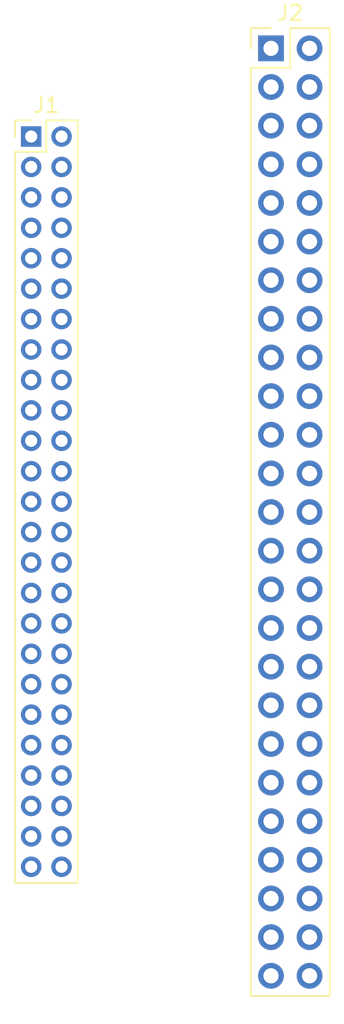
<source format=kicad_pcb>
(kicad_pcb (version 20171130) (host pcbnew "(5.0.0)")

  (general
    (thickness 1.6)
    (drawings 0)
    (tracks 0)
    (zones 0)
    (modules 2)
    (nets 51)
  )

  (page A4)
  (layers
    (0 F.Cu signal)
    (31 B.Cu signal)
    (32 B.Adhes user)
    (33 F.Adhes user)
    (34 B.Paste user)
    (35 F.Paste user)
    (36 B.SilkS user)
    (37 F.SilkS user)
    (38 B.Mask user)
    (39 F.Mask user)
    (40 Dwgs.User user)
    (41 Cmts.User user)
    (42 Eco1.User user)
    (43 Eco2.User user)
    (44 Edge.Cuts user)
    (45 Margin user)
    (46 B.CrtYd user)
    (47 F.CrtYd user)
    (48 B.Fab user)
    (49 F.Fab user)
  )

  (setup
    (last_trace_width 0.25)
    (trace_clearance 0.2)
    (zone_clearance 0.508)
    (zone_45_only no)
    (trace_min 0.2)
    (segment_width 0.2)
    (edge_width 0.15)
    (via_size 0.8)
    (via_drill 0.4)
    (via_min_size 0.4)
    (via_min_drill 0.3)
    (uvia_size 0.3)
    (uvia_drill 0.1)
    (uvias_allowed no)
    (uvia_min_size 0.2)
    (uvia_min_drill 0.1)
    (pcb_text_width 0.3)
    (pcb_text_size 1.5 1.5)
    (mod_edge_width 0.15)
    (mod_text_size 1 1)
    (mod_text_width 0.15)
    (pad_size 1.524 1.524)
    (pad_drill 0.762)
    (pad_to_mask_clearance 0.2)
    (aux_axis_origin 0 0)
    (visible_elements FFFFFF7F)
    (pcbplotparams
      (layerselection 0x010fc_ffffffff)
      (usegerberextensions false)
      (usegerberattributes false)
      (usegerberadvancedattributes false)
      (creategerberjobfile false)
      (excludeedgelayer true)
      (linewidth 0.100000)
      (plotframeref false)
      (viasonmask false)
      (mode 1)
      (useauxorigin false)
      (hpglpennumber 1)
      (hpglpenspeed 20)
      (hpglpendiameter 15.000000)
      (psnegative false)
      (psa4output false)
      (plotreference true)
      (plotvalue true)
      (plotinvisibletext false)
      (padsonsilk false)
      (subtractmaskfromsilk false)
      (outputformat 1)
      (mirror false)
      (drillshape 1)
      (scaleselection 1)
      (outputdirectory ""))
  )

  (net 0 "")
  (net 1 1)
  (net 2 2)
  (net 3 3)
  (net 4 4)
  (net 5 5)
  (net 6 6)
  (net 7 7)
  (net 8 8)
  (net 9 9)
  (net 10 10)
  (net 11 11)
  (net 12 12)
  (net 13 13)
  (net 14 14)
  (net 15 15)
  (net 16 16)
  (net 17 17)
  (net 18 18)
  (net 19 19)
  (net 20 20)
  (net 21 21)
  (net 22 22)
  (net 23 23)
  (net 24 24)
  (net 25 25)
  (net 26 26)
  (net 27 27)
  (net 28 28)
  (net 29 29)
  (net 30 30)
  (net 31 31)
  (net 32 32)
  (net 33 33)
  (net 34 34)
  (net 35 35)
  (net 36 36)
  (net 37 37)
  (net 38 38)
  (net 39 39)
  (net 40 40)
  (net 41 41)
  (net 42 42)
  (net 43 43)
  (net 44 44)
  (net 45 45)
  (net 46 46)
  (net 47 47)
  (net 48 48)
  (net 49 49)
  (net 50 50)

  (net_class Default "This is the default net class."
    (clearance 0.2)
    (trace_width 0.25)
    (via_dia 0.8)
    (via_drill 0.4)
    (uvia_dia 0.3)
    (uvia_drill 0.1)
    (add_net 1)
    (add_net 10)
    (add_net 11)
    (add_net 12)
    (add_net 13)
    (add_net 14)
    (add_net 15)
    (add_net 16)
    (add_net 17)
    (add_net 18)
    (add_net 19)
    (add_net 2)
    (add_net 20)
    (add_net 21)
    (add_net 22)
    (add_net 23)
    (add_net 24)
    (add_net 25)
    (add_net 26)
    (add_net 27)
    (add_net 28)
    (add_net 29)
    (add_net 3)
    (add_net 30)
    (add_net 31)
    (add_net 32)
    (add_net 33)
    (add_net 34)
    (add_net 35)
    (add_net 36)
    (add_net 37)
    (add_net 38)
    (add_net 39)
    (add_net 4)
    (add_net 40)
    (add_net 41)
    (add_net 42)
    (add_net 43)
    (add_net 44)
    (add_net 45)
    (add_net 46)
    (add_net 47)
    (add_net 48)
    (add_net 49)
    (add_net 5)
    (add_net 50)
    (add_net 6)
    (add_net 7)
    (add_net 8)
    (add_net 9)
  )

  (module Connector_PinHeader_2.00mm:PinHeader_2x25_P2.00mm_Vertical (layer F.Cu) (tedit 59FED667) (tstamp 5DA3C369)
    (at 120.65 93.98)
    (descr "Through hole straight pin header, 2x25, 2.00mm pitch, double rows")
    (tags "Through hole pin header THT 2x25 2.00mm double row")
    (path /5DA20CC4)
    (fp_text reference J1 (at 1 -2.06) (layer F.SilkS)
      (effects (font (size 1 1) (thickness 0.15)))
    )
    (fp_text value Conn_in (at 1 50.06) (layer F.Fab)
      (effects (font (size 1 1) (thickness 0.15)))
    )
    (fp_line (start 0 -1) (end 3 -1) (layer F.Fab) (width 0.1))
    (fp_line (start 3 -1) (end 3 49) (layer F.Fab) (width 0.1))
    (fp_line (start 3 49) (end -1 49) (layer F.Fab) (width 0.1))
    (fp_line (start -1 49) (end -1 0) (layer F.Fab) (width 0.1))
    (fp_line (start -1 0) (end 0 -1) (layer F.Fab) (width 0.1))
    (fp_line (start -1.06 49.06) (end 3.06 49.06) (layer F.SilkS) (width 0.12))
    (fp_line (start -1.06 1) (end -1.06 49.06) (layer F.SilkS) (width 0.12))
    (fp_line (start 3.06 -1.06) (end 3.06 49.06) (layer F.SilkS) (width 0.12))
    (fp_line (start -1.06 1) (end 1 1) (layer F.SilkS) (width 0.12))
    (fp_line (start 1 1) (end 1 -1.06) (layer F.SilkS) (width 0.12))
    (fp_line (start 1 -1.06) (end 3.06 -1.06) (layer F.SilkS) (width 0.12))
    (fp_line (start -1.06 0) (end -1.06 -1.06) (layer F.SilkS) (width 0.12))
    (fp_line (start -1.06 -1.06) (end 0 -1.06) (layer F.SilkS) (width 0.12))
    (fp_line (start -1.5 -1.5) (end -1.5 49.5) (layer F.CrtYd) (width 0.05))
    (fp_line (start -1.5 49.5) (end 3.5 49.5) (layer F.CrtYd) (width 0.05))
    (fp_line (start 3.5 49.5) (end 3.5 -1.5) (layer F.CrtYd) (width 0.05))
    (fp_line (start 3.5 -1.5) (end -1.5 -1.5) (layer F.CrtYd) (width 0.05))
    (fp_text user %R (at 1 24 90) (layer F.Fab)
      (effects (font (size 1 1) (thickness 0.15)))
    )
    (pad 1 thru_hole rect (at 0 0) (size 1.35 1.35) (drill 0.8) (layers *.Cu *.Mask)
      (net 1 1))
    (pad 2 thru_hole oval (at 2 0) (size 1.35 1.35) (drill 0.8) (layers *.Cu *.Mask)
      (net 2 2))
    (pad 3 thru_hole oval (at 0 2) (size 1.35 1.35) (drill 0.8) (layers *.Cu *.Mask)
      (net 3 3))
    (pad 4 thru_hole oval (at 2 2) (size 1.35 1.35) (drill 0.8) (layers *.Cu *.Mask)
      (net 4 4))
    (pad 5 thru_hole oval (at 0 4) (size 1.35 1.35) (drill 0.8) (layers *.Cu *.Mask)
      (net 5 5))
    (pad 6 thru_hole oval (at 2 4) (size 1.35 1.35) (drill 0.8) (layers *.Cu *.Mask)
      (net 6 6))
    (pad 7 thru_hole oval (at 0 6) (size 1.35 1.35) (drill 0.8) (layers *.Cu *.Mask)
      (net 7 7))
    (pad 8 thru_hole oval (at 2 6) (size 1.35 1.35) (drill 0.8) (layers *.Cu *.Mask)
      (net 8 8))
    (pad 9 thru_hole oval (at 0 8) (size 1.35 1.35) (drill 0.8) (layers *.Cu *.Mask)
      (net 9 9))
    (pad 10 thru_hole oval (at 2 8) (size 1.35 1.35) (drill 0.8) (layers *.Cu *.Mask)
      (net 10 10))
    (pad 11 thru_hole oval (at 0 10) (size 1.35 1.35) (drill 0.8) (layers *.Cu *.Mask)
      (net 11 11))
    (pad 12 thru_hole oval (at 2 10) (size 1.35 1.35) (drill 0.8) (layers *.Cu *.Mask)
      (net 12 12))
    (pad 13 thru_hole oval (at 0 12) (size 1.35 1.35) (drill 0.8) (layers *.Cu *.Mask)
      (net 13 13))
    (pad 14 thru_hole oval (at 2 12) (size 1.35 1.35) (drill 0.8) (layers *.Cu *.Mask)
      (net 14 14))
    (pad 15 thru_hole oval (at 0 14) (size 1.35 1.35) (drill 0.8) (layers *.Cu *.Mask)
      (net 15 15))
    (pad 16 thru_hole oval (at 2 14) (size 1.35 1.35) (drill 0.8) (layers *.Cu *.Mask)
      (net 16 16))
    (pad 17 thru_hole oval (at 0 16) (size 1.35 1.35) (drill 0.8) (layers *.Cu *.Mask)
      (net 17 17))
    (pad 18 thru_hole oval (at 2 16) (size 1.35 1.35) (drill 0.8) (layers *.Cu *.Mask)
      (net 18 18))
    (pad 19 thru_hole oval (at 0 18) (size 1.35 1.35) (drill 0.8) (layers *.Cu *.Mask)
      (net 19 19))
    (pad 20 thru_hole oval (at 2 18) (size 1.35 1.35) (drill 0.8) (layers *.Cu *.Mask)
      (net 20 20))
    (pad 21 thru_hole oval (at 0 20) (size 1.35 1.35) (drill 0.8) (layers *.Cu *.Mask)
      (net 21 21))
    (pad 22 thru_hole oval (at 2 20) (size 1.35 1.35) (drill 0.8) (layers *.Cu *.Mask)
      (net 22 22))
    (pad 23 thru_hole oval (at 0 22) (size 1.35 1.35) (drill 0.8) (layers *.Cu *.Mask)
      (net 23 23))
    (pad 24 thru_hole oval (at 2 22) (size 1.35 1.35) (drill 0.8) (layers *.Cu *.Mask)
      (net 24 24))
    (pad 25 thru_hole oval (at 0 24) (size 1.35 1.35) (drill 0.8) (layers *.Cu *.Mask)
      (net 25 25))
    (pad 26 thru_hole oval (at 2 24) (size 1.35 1.35) (drill 0.8) (layers *.Cu *.Mask)
      (net 26 26))
    (pad 27 thru_hole oval (at 0 26) (size 1.35 1.35) (drill 0.8) (layers *.Cu *.Mask)
      (net 27 27))
    (pad 28 thru_hole oval (at 2 26) (size 1.35 1.35) (drill 0.8) (layers *.Cu *.Mask)
      (net 28 28))
    (pad 29 thru_hole oval (at 0 28) (size 1.35 1.35) (drill 0.8) (layers *.Cu *.Mask)
      (net 29 29))
    (pad 30 thru_hole oval (at 2 28) (size 1.35 1.35) (drill 0.8) (layers *.Cu *.Mask)
      (net 30 30))
    (pad 31 thru_hole oval (at 0 30) (size 1.35 1.35) (drill 0.8) (layers *.Cu *.Mask)
      (net 31 31))
    (pad 32 thru_hole oval (at 2 30) (size 1.35 1.35) (drill 0.8) (layers *.Cu *.Mask)
      (net 32 32))
    (pad 33 thru_hole oval (at 0 32) (size 1.35 1.35) (drill 0.8) (layers *.Cu *.Mask)
      (net 33 33))
    (pad 34 thru_hole oval (at 2 32) (size 1.35 1.35) (drill 0.8) (layers *.Cu *.Mask)
      (net 34 34))
    (pad 35 thru_hole oval (at 0 34) (size 1.35 1.35) (drill 0.8) (layers *.Cu *.Mask)
      (net 35 35))
    (pad 36 thru_hole oval (at 2 34) (size 1.35 1.35) (drill 0.8) (layers *.Cu *.Mask)
      (net 36 36))
    (pad 37 thru_hole oval (at 0 36) (size 1.35 1.35) (drill 0.8) (layers *.Cu *.Mask)
      (net 37 37))
    (pad 38 thru_hole oval (at 2 36) (size 1.35 1.35) (drill 0.8) (layers *.Cu *.Mask)
      (net 38 38))
    (pad 39 thru_hole oval (at 0 38) (size 1.35 1.35) (drill 0.8) (layers *.Cu *.Mask)
      (net 39 39))
    (pad 40 thru_hole oval (at 2 38) (size 1.35 1.35) (drill 0.8) (layers *.Cu *.Mask)
      (net 40 40))
    (pad 41 thru_hole oval (at 0 40) (size 1.35 1.35) (drill 0.8) (layers *.Cu *.Mask)
      (net 41 41))
    (pad 42 thru_hole oval (at 2 40) (size 1.35 1.35) (drill 0.8) (layers *.Cu *.Mask)
      (net 42 42))
    (pad 43 thru_hole oval (at 0 42) (size 1.35 1.35) (drill 0.8) (layers *.Cu *.Mask)
      (net 43 43))
    (pad 44 thru_hole oval (at 2 42) (size 1.35 1.35) (drill 0.8) (layers *.Cu *.Mask)
      (net 44 44))
    (pad 45 thru_hole oval (at 0 44) (size 1.35 1.35) (drill 0.8) (layers *.Cu *.Mask)
      (net 45 45))
    (pad 46 thru_hole oval (at 2 44) (size 1.35 1.35) (drill 0.8) (layers *.Cu *.Mask)
      (net 46 46))
    (pad 47 thru_hole oval (at 0 46) (size 1.35 1.35) (drill 0.8) (layers *.Cu *.Mask)
      (net 47 47))
    (pad 48 thru_hole oval (at 2 46) (size 1.35 1.35) (drill 0.8) (layers *.Cu *.Mask)
      (net 48 48))
    (pad 49 thru_hole oval (at 0 48) (size 1.35 1.35) (drill 0.8) (layers *.Cu *.Mask)
      (net 49 49))
    (pad 50 thru_hole oval (at 2 48) (size 1.35 1.35) (drill 0.8) (layers *.Cu *.Mask)
      (net 50 50))
    (model ${KISYS3DMOD}/Connector_PinHeader_2.00mm.3dshapes/PinHeader_2x25_P2.00mm_Vertical.wrl
      (at (xyz 0 0 0))
      (scale (xyz 1 1 1))
      (rotate (xyz 0 0 0))
    )
  )

  (module Connector_PinHeader_2.54mm:PinHeader_2x25_P2.54mm_Vertical (layer F.Cu) (tedit 59FED5CC) (tstamp 5DA3C175)
    (at 136.445001 88.185001)
    (descr "Through hole straight pin header, 2x25, 2.54mm pitch, double rows")
    (tags "Through hole pin header THT 2x25 2.54mm double row")
    (path /5DA20E87)
    (fp_text reference J2 (at 1.27 -2.33) (layer F.SilkS)
      (effects (font (size 1 1) (thickness 0.15)))
    )
    (fp_text value Conn_out (at 1.27 63.29) (layer F.Fab)
      (effects (font (size 1 1) (thickness 0.15)))
    )
    (fp_line (start 0 -1.27) (end 3.81 -1.27) (layer F.Fab) (width 0.1))
    (fp_line (start 3.81 -1.27) (end 3.81 62.23) (layer F.Fab) (width 0.1))
    (fp_line (start 3.81 62.23) (end -1.27 62.23) (layer F.Fab) (width 0.1))
    (fp_line (start -1.27 62.23) (end -1.27 0) (layer F.Fab) (width 0.1))
    (fp_line (start -1.27 0) (end 0 -1.27) (layer F.Fab) (width 0.1))
    (fp_line (start -1.33 62.29) (end 3.87 62.29) (layer F.SilkS) (width 0.12))
    (fp_line (start -1.33 1.27) (end -1.33 62.29) (layer F.SilkS) (width 0.12))
    (fp_line (start 3.87 -1.33) (end 3.87 62.29) (layer F.SilkS) (width 0.12))
    (fp_line (start -1.33 1.27) (end 1.27 1.27) (layer F.SilkS) (width 0.12))
    (fp_line (start 1.27 1.27) (end 1.27 -1.33) (layer F.SilkS) (width 0.12))
    (fp_line (start 1.27 -1.33) (end 3.87 -1.33) (layer F.SilkS) (width 0.12))
    (fp_line (start -1.33 0) (end -1.33 -1.33) (layer F.SilkS) (width 0.12))
    (fp_line (start -1.33 -1.33) (end 0 -1.33) (layer F.SilkS) (width 0.12))
    (fp_line (start -1.8 -1.8) (end -1.8 62.75) (layer F.CrtYd) (width 0.05))
    (fp_line (start -1.8 62.75) (end 4.35 62.75) (layer F.CrtYd) (width 0.05))
    (fp_line (start 4.35 62.75) (end 4.35 -1.8) (layer F.CrtYd) (width 0.05))
    (fp_line (start 4.35 -1.8) (end -1.8 -1.8) (layer F.CrtYd) (width 0.05))
    (fp_text user %R (at 1.27 30.48 90) (layer F.Fab)
      (effects (font (size 1 1) (thickness 0.15)))
    )
    (pad 1 thru_hole rect (at 0 0) (size 1.7 1.7) (drill 1) (layers *.Cu *.Mask)
      (net 1 1))
    (pad 2 thru_hole oval (at 2.54 0) (size 1.7 1.7) (drill 1) (layers *.Cu *.Mask)
      (net 2 2))
    (pad 3 thru_hole oval (at 0 2.54) (size 1.7 1.7) (drill 1) (layers *.Cu *.Mask)
      (net 3 3))
    (pad 4 thru_hole oval (at 2.54 2.54) (size 1.7 1.7) (drill 1) (layers *.Cu *.Mask)
      (net 4 4))
    (pad 5 thru_hole oval (at 0 5.08) (size 1.7 1.7) (drill 1) (layers *.Cu *.Mask)
      (net 5 5))
    (pad 6 thru_hole oval (at 2.54 5.08) (size 1.7 1.7) (drill 1) (layers *.Cu *.Mask)
      (net 6 6))
    (pad 7 thru_hole oval (at 0 7.62) (size 1.7 1.7) (drill 1) (layers *.Cu *.Mask)
      (net 7 7))
    (pad 8 thru_hole oval (at 2.54 7.62) (size 1.7 1.7) (drill 1) (layers *.Cu *.Mask)
      (net 8 8))
    (pad 9 thru_hole oval (at 0 10.16) (size 1.7 1.7) (drill 1) (layers *.Cu *.Mask)
      (net 9 9))
    (pad 10 thru_hole oval (at 2.54 10.16) (size 1.7 1.7) (drill 1) (layers *.Cu *.Mask)
      (net 10 10))
    (pad 11 thru_hole oval (at 0 12.7) (size 1.7 1.7) (drill 1) (layers *.Cu *.Mask)
      (net 11 11))
    (pad 12 thru_hole oval (at 2.54 12.7) (size 1.7 1.7) (drill 1) (layers *.Cu *.Mask)
      (net 12 12))
    (pad 13 thru_hole oval (at 0 15.24) (size 1.7 1.7) (drill 1) (layers *.Cu *.Mask)
      (net 13 13))
    (pad 14 thru_hole oval (at 2.54 15.24) (size 1.7 1.7) (drill 1) (layers *.Cu *.Mask)
      (net 14 14))
    (pad 15 thru_hole oval (at 0 17.78) (size 1.7 1.7) (drill 1) (layers *.Cu *.Mask)
      (net 15 15))
    (pad 16 thru_hole oval (at 2.54 17.78) (size 1.7 1.7) (drill 1) (layers *.Cu *.Mask)
      (net 16 16))
    (pad 17 thru_hole oval (at 0 20.32) (size 1.7 1.7) (drill 1) (layers *.Cu *.Mask)
      (net 17 17))
    (pad 18 thru_hole oval (at 2.54 20.32) (size 1.7 1.7) (drill 1) (layers *.Cu *.Mask)
      (net 18 18))
    (pad 19 thru_hole oval (at 0 22.86) (size 1.7 1.7) (drill 1) (layers *.Cu *.Mask)
      (net 19 19))
    (pad 20 thru_hole oval (at 2.54 22.86) (size 1.7 1.7) (drill 1) (layers *.Cu *.Mask)
      (net 20 20))
    (pad 21 thru_hole oval (at 0 25.4) (size 1.7 1.7) (drill 1) (layers *.Cu *.Mask)
      (net 21 21))
    (pad 22 thru_hole oval (at 2.54 25.4) (size 1.7 1.7) (drill 1) (layers *.Cu *.Mask)
      (net 22 22))
    (pad 23 thru_hole oval (at 0 27.94) (size 1.7 1.7) (drill 1) (layers *.Cu *.Mask)
      (net 23 23))
    (pad 24 thru_hole oval (at 2.54 27.94) (size 1.7 1.7) (drill 1) (layers *.Cu *.Mask)
      (net 24 24))
    (pad 25 thru_hole oval (at 0 30.48) (size 1.7 1.7) (drill 1) (layers *.Cu *.Mask)
      (net 25 25))
    (pad 26 thru_hole oval (at 2.54 30.48) (size 1.7 1.7) (drill 1) (layers *.Cu *.Mask)
      (net 26 26))
    (pad 27 thru_hole oval (at 0 33.02) (size 1.7 1.7) (drill 1) (layers *.Cu *.Mask)
      (net 27 27))
    (pad 28 thru_hole oval (at 2.54 33.02) (size 1.7 1.7) (drill 1) (layers *.Cu *.Mask)
      (net 28 28))
    (pad 29 thru_hole oval (at 0 35.56) (size 1.7 1.7) (drill 1) (layers *.Cu *.Mask)
      (net 29 29))
    (pad 30 thru_hole oval (at 2.54 35.56) (size 1.7 1.7) (drill 1) (layers *.Cu *.Mask)
      (net 30 30))
    (pad 31 thru_hole oval (at 0 38.1) (size 1.7 1.7) (drill 1) (layers *.Cu *.Mask)
      (net 31 31))
    (pad 32 thru_hole oval (at 2.54 38.1) (size 1.7 1.7) (drill 1) (layers *.Cu *.Mask)
      (net 32 32))
    (pad 33 thru_hole oval (at 0 40.64) (size 1.7 1.7) (drill 1) (layers *.Cu *.Mask)
      (net 33 33))
    (pad 34 thru_hole oval (at 2.54 40.64) (size 1.7 1.7) (drill 1) (layers *.Cu *.Mask)
      (net 34 34))
    (pad 35 thru_hole oval (at 0 43.18) (size 1.7 1.7) (drill 1) (layers *.Cu *.Mask)
      (net 35 35))
    (pad 36 thru_hole oval (at 2.54 43.18) (size 1.7 1.7) (drill 1) (layers *.Cu *.Mask)
      (net 36 36))
    (pad 37 thru_hole oval (at 0 45.72) (size 1.7 1.7) (drill 1) (layers *.Cu *.Mask)
      (net 37 37))
    (pad 38 thru_hole oval (at 2.54 45.72) (size 1.7 1.7) (drill 1) (layers *.Cu *.Mask)
      (net 38 38))
    (pad 39 thru_hole oval (at 0 48.26) (size 1.7 1.7) (drill 1) (layers *.Cu *.Mask)
      (net 39 39))
    (pad 40 thru_hole oval (at 2.54 48.26) (size 1.7 1.7) (drill 1) (layers *.Cu *.Mask)
      (net 40 40))
    (pad 41 thru_hole oval (at 0 50.8) (size 1.7 1.7) (drill 1) (layers *.Cu *.Mask)
      (net 41 41))
    (pad 42 thru_hole oval (at 2.54 50.8) (size 1.7 1.7) (drill 1) (layers *.Cu *.Mask)
      (net 42 42))
    (pad 43 thru_hole oval (at 0 53.34) (size 1.7 1.7) (drill 1) (layers *.Cu *.Mask)
      (net 43 43))
    (pad 44 thru_hole oval (at 2.54 53.34) (size 1.7 1.7) (drill 1) (layers *.Cu *.Mask)
      (net 44 44))
    (pad 45 thru_hole oval (at 0 55.88) (size 1.7 1.7) (drill 1) (layers *.Cu *.Mask)
      (net 45 45))
    (pad 46 thru_hole oval (at 2.54 55.88) (size 1.7 1.7) (drill 1) (layers *.Cu *.Mask)
      (net 46 46))
    (pad 47 thru_hole oval (at 0 58.42) (size 1.7 1.7) (drill 1) (layers *.Cu *.Mask)
      (net 47 47))
    (pad 48 thru_hole oval (at 2.54 58.42) (size 1.7 1.7) (drill 1) (layers *.Cu *.Mask)
      (net 48 48))
    (pad 49 thru_hole oval (at 0 60.96) (size 1.7 1.7) (drill 1) (layers *.Cu *.Mask)
      (net 49 49))
    (pad 50 thru_hole oval (at 2.54 60.96) (size 1.7 1.7) (drill 1) (layers *.Cu *.Mask)
      (net 50 50))
    (model ${KISYS3DMOD}/Connector_PinHeader_2.54mm.3dshapes/PinHeader_2x25_P2.54mm_Vertical.wrl
      (at (xyz 0 0 0))
      (scale (xyz 1 1 1))
      (rotate (xyz 0 0 0))
    )
  )

)

</source>
